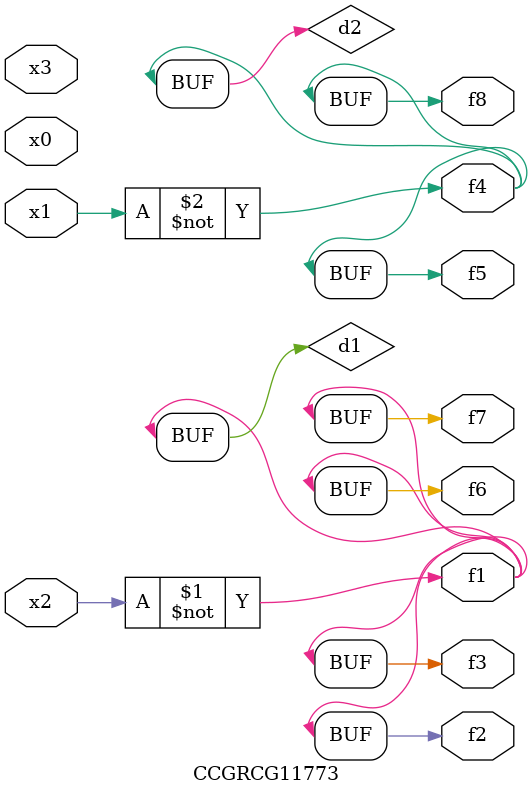
<source format=v>
module CCGRCG11773(
	input x0, x1, x2, x3,
	output f1, f2, f3, f4, f5, f6, f7, f8
);

	wire d1, d2;

	xnor (d1, x2);
	not (d2, x1);
	assign f1 = d1;
	assign f2 = d1;
	assign f3 = d1;
	assign f4 = d2;
	assign f5 = d2;
	assign f6 = d1;
	assign f7 = d1;
	assign f8 = d2;
endmodule

</source>
